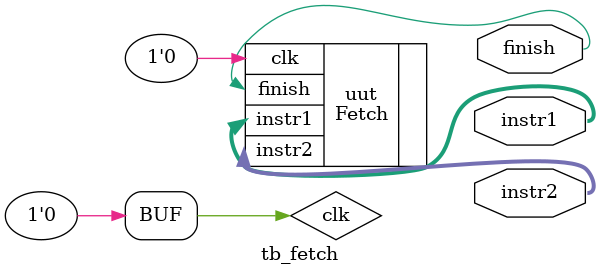
<source format=sv>
`timescale 1ns / 1ps

module tb_fetch(
	output reg[31:0] instr1,
	output reg[31:0] instr2,
	output reg finish
);

	reg clk;
	
	Fetch uut (
		.clk(clk),
		.instr1(instr1),
		.instr2(instr2),
		.finish(finish)
	);

	initial begin
		// Initialize Inputs
		clk = 0;
		// Wait 100 ns for global reset to finish
		#100;
        
		// Add stimulus here
		for(integer i = 0; i < 500; i++) begin
			#10 clk = ~clk;
		end
	end
      
endmodule


</source>
